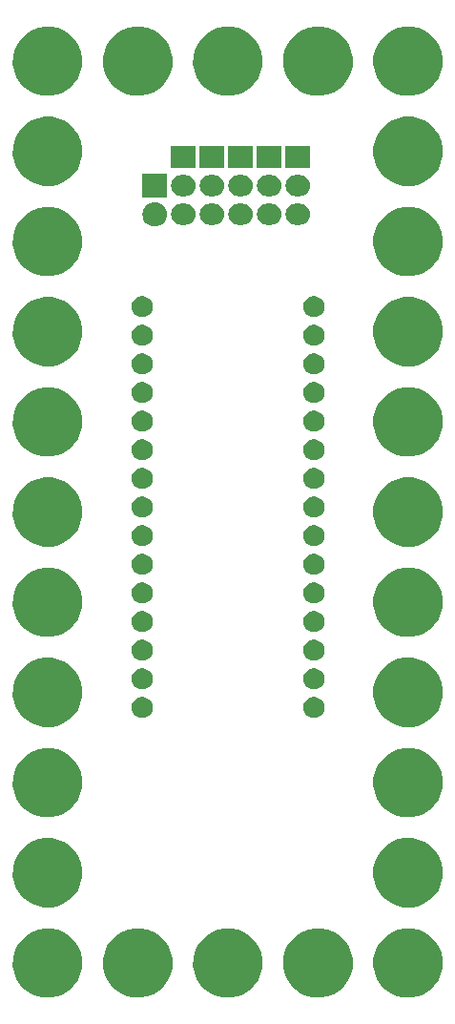
<source format=gbs>
%TF.GenerationSoftware,KiCad,Pcbnew,4.0.5-e0-6337~49~ubuntu16.04.1*%
%TF.CreationDate,2017-05-09T22:33:45-07:00*%
%TF.ProjectId,5x11-Arduino-Nano-Robot-Version,357831312D41726475696E6F2D4E616E,v1.1*%
%TF.FileFunction,Soldermask,Bot*%
%FSLAX46Y46*%
G04 Gerber Fmt 4.6, Leading zero omitted, Abs format (unit mm)*
G04 Created by KiCad (PCBNEW 4.0.5-e0-6337~49~ubuntu16.04.1) date Tue May  9 22:33:45 2017*
%MOMM*%
%LPD*%
G01*
G04 APERTURE LIST*
%ADD10C,0.350000*%
G04 APERTURE END LIST*
D10*
G36*
X3499110Y-152240847D02*
X4090055Y-152362151D01*
X4646198Y-152595932D01*
X5146334Y-152933278D01*
X5571421Y-153361343D01*
X5905266Y-153863821D01*
X6135156Y-154421576D01*
X6252264Y-155013014D01*
X6252264Y-155013024D01*
X6252331Y-155013363D01*
X6242710Y-155702416D01*
X6242633Y-155702754D01*
X6242633Y-155702762D01*
X6109057Y-156290701D01*
X5863685Y-156841816D01*
X5515937Y-157334778D01*
X5079062Y-157750809D01*
X4569700Y-158074061D01*
X4007254Y-158292219D01*
X3413147Y-158396976D01*
X2810003Y-158384342D01*
X2220800Y-158254797D01*
X1667982Y-158013277D01*
X1172607Y-157668982D01*
X753537Y-157235023D01*
X426738Y-156727930D01*
X204656Y-156167014D01*
X95755Y-155573658D01*
X104177Y-154970441D01*
X229606Y-154380347D01*
X467259Y-153825858D01*
X808091Y-153328088D01*
X1239112Y-152906000D01*
X1743913Y-152575668D01*
X2303259Y-152349677D01*
X2895845Y-152236636D01*
X3499110Y-152240847D01*
X3499110Y-152240847D01*
G37*
G36*
X11498110Y-152240847D02*
X12089055Y-152362151D01*
X12645198Y-152595932D01*
X13145334Y-152933278D01*
X13570421Y-153361343D01*
X13904266Y-153863821D01*
X14134156Y-154421576D01*
X14251264Y-155013014D01*
X14251264Y-155013024D01*
X14251331Y-155013363D01*
X14241710Y-155702416D01*
X14241633Y-155702754D01*
X14241633Y-155702762D01*
X14108057Y-156290701D01*
X13862685Y-156841816D01*
X13514937Y-157334778D01*
X13078062Y-157750809D01*
X12568700Y-158074061D01*
X12006254Y-158292219D01*
X11412147Y-158396976D01*
X10809003Y-158384342D01*
X10219800Y-158254797D01*
X9666982Y-158013277D01*
X9171607Y-157668982D01*
X8752537Y-157235023D01*
X8425738Y-156727930D01*
X8203656Y-156167014D01*
X8094755Y-155573658D01*
X8103177Y-154970441D01*
X8228606Y-154380347D01*
X8466259Y-153825858D01*
X8807091Y-153328088D01*
X9238112Y-152906000D01*
X9742913Y-152575668D01*
X10302259Y-152349677D01*
X10894845Y-152236636D01*
X11498110Y-152240847D01*
X11498110Y-152240847D01*
G37*
G36*
X27498110Y-152240847D02*
X28089055Y-152362151D01*
X28645198Y-152595932D01*
X29145334Y-152933278D01*
X29570421Y-153361343D01*
X29904266Y-153863821D01*
X30134156Y-154421576D01*
X30251264Y-155013014D01*
X30251264Y-155013024D01*
X30251331Y-155013363D01*
X30241710Y-155702416D01*
X30241633Y-155702754D01*
X30241633Y-155702762D01*
X30108057Y-156290701D01*
X29862685Y-156841816D01*
X29514937Y-157334778D01*
X29078062Y-157750809D01*
X28568700Y-158074061D01*
X28006254Y-158292219D01*
X27412147Y-158396976D01*
X26809003Y-158384342D01*
X26219800Y-158254797D01*
X25666982Y-158013277D01*
X25171607Y-157668982D01*
X24752537Y-157235023D01*
X24425738Y-156727930D01*
X24203656Y-156167014D01*
X24094755Y-155573658D01*
X24103177Y-154970441D01*
X24228606Y-154380347D01*
X24466259Y-153825858D01*
X24807091Y-153328088D01*
X25238112Y-152906000D01*
X25742913Y-152575668D01*
X26302259Y-152349677D01*
X26894845Y-152236636D01*
X27498110Y-152240847D01*
X27498110Y-152240847D01*
G37*
G36*
X35498110Y-152240847D02*
X36089055Y-152362151D01*
X36645198Y-152595932D01*
X37145334Y-152933278D01*
X37570421Y-153361343D01*
X37904266Y-153863821D01*
X38134156Y-154421576D01*
X38251264Y-155013014D01*
X38251264Y-155013024D01*
X38251331Y-155013363D01*
X38241710Y-155702416D01*
X38241633Y-155702754D01*
X38241633Y-155702762D01*
X38108057Y-156290701D01*
X37862685Y-156841816D01*
X37514937Y-157334778D01*
X37078062Y-157750809D01*
X36568700Y-158074061D01*
X36006254Y-158292219D01*
X35412147Y-158396976D01*
X34809003Y-158384342D01*
X34219800Y-158254797D01*
X33666982Y-158013277D01*
X33171607Y-157668982D01*
X32752537Y-157235023D01*
X32425738Y-156727930D01*
X32203656Y-156167014D01*
X32094755Y-155573658D01*
X32103177Y-154970441D01*
X32228606Y-154380347D01*
X32466259Y-153825858D01*
X32807091Y-153328088D01*
X33238112Y-152906000D01*
X33742913Y-152575668D01*
X34302259Y-152349677D01*
X34894845Y-152236636D01*
X35498110Y-152240847D01*
X35498110Y-152240847D01*
G37*
G36*
X19498110Y-152240847D02*
X20089055Y-152362151D01*
X20645198Y-152595932D01*
X21145334Y-152933278D01*
X21570421Y-153361343D01*
X21904266Y-153863821D01*
X22134156Y-154421576D01*
X22251264Y-155013014D01*
X22251264Y-155013024D01*
X22251331Y-155013363D01*
X22241710Y-155702416D01*
X22241633Y-155702754D01*
X22241633Y-155702762D01*
X22108057Y-156290701D01*
X21862685Y-156841816D01*
X21514937Y-157334778D01*
X21078062Y-157750809D01*
X20568700Y-158074061D01*
X20006254Y-158292219D01*
X19412147Y-158396976D01*
X18809003Y-158384342D01*
X18219800Y-158254797D01*
X17666982Y-158013277D01*
X17171607Y-157668982D01*
X16752537Y-157235023D01*
X16425738Y-156727930D01*
X16203656Y-156167014D01*
X16094755Y-155573658D01*
X16103177Y-154970441D01*
X16228606Y-154380347D01*
X16466259Y-153825858D01*
X16807091Y-153328088D01*
X17238112Y-152906000D01*
X17742913Y-152575668D01*
X18302259Y-152349677D01*
X18894845Y-152236636D01*
X19498110Y-152240847D01*
X19498110Y-152240847D01*
G37*
G36*
X3499110Y-144240847D02*
X4090055Y-144362151D01*
X4646198Y-144595932D01*
X5146334Y-144933278D01*
X5571421Y-145361343D01*
X5905266Y-145863821D01*
X6135156Y-146421576D01*
X6252264Y-147013014D01*
X6252264Y-147013024D01*
X6252331Y-147013363D01*
X6242710Y-147702416D01*
X6242633Y-147702754D01*
X6242633Y-147702762D01*
X6109057Y-148290701D01*
X5863685Y-148841816D01*
X5515937Y-149334778D01*
X5079062Y-149750809D01*
X4569700Y-150074061D01*
X4007254Y-150292219D01*
X3413147Y-150396976D01*
X2810003Y-150384342D01*
X2220800Y-150254797D01*
X1667982Y-150013277D01*
X1172607Y-149668982D01*
X753537Y-149235023D01*
X426738Y-148727930D01*
X204656Y-148167014D01*
X95755Y-147573658D01*
X104177Y-146970441D01*
X229606Y-146380347D01*
X467259Y-145825858D01*
X808091Y-145328088D01*
X1239112Y-144906000D01*
X1743913Y-144575668D01*
X2303259Y-144349677D01*
X2895845Y-144236636D01*
X3499110Y-144240847D01*
X3499110Y-144240847D01*
G37*
G36*
X35498110Y-144240847D02*
X36089055Y-144362151D01*
X36645198Y-144595932D01*
X37145334Y-144933278D01*
X37570421Y-145361343D01*
X37904266Y-145863821D01*
X38134156Y-146421576D01*
X38251264Y-147013014D01*
X38251264Y-147013024D01*
X38251331Y-147013363D01*
X38241710Y-147702416D01*
X38241633Y-147702754D01*
X38241633Y-147702762D01*
X38108057Y-148290701D01*
X37862685Y-148841816D01*
X37514937Y-149334778D01*
X37078062Y-149750809D01*
X36568700Y-150074061D01*
X36006254Y-150292219D01*
X35412147Y-150396976D01*
X34809003Y-150384342D01*
X34219800Y-150254797D01*
X33666982Y-150013277D01*
X33171607Y-149668982D01*
X32752537Y-149235023D01*
X32425738Y-148727930D01*
X32203656Y-148167014D01*
X32094755Y-147573658D01*
X32103177Y-146970441D01*
X32228606Y-146380347D01*
X32466259Y-145825858D01*
X32807091Y-145328088D01*
X33238112Y-144906000D01*
X33742913Y-144575668D01*
X34302259Y-144349677D01*
X34894845Y-144236636D01*
X35498110Y-144240847D01*
X35498110Y-144240847D01*
G37*
G36*
X3499110Y-136240847D02*
X4090055Y-136362151D01*
X4646198Y-136595932D01*
X5146334Y-136933278D01*
X5571421Y-137361343D01*
X5905266Y-137863821D01*
X6135156Y-138421576D01*
X6252264Y-139013014D01*
X6252264Y-139013024D01*
X6252331Y-139013363D01*
X6242710Y-139702416D01*
X6242633Y-139702754D01*
X6242633Y-139702762D01*
X6109057Y-140290701D01*
X5863685Y-140841816D01*
X5515937Y-141334778D01*
X5079062Y-141750809D01*
X4569700Y-142074061D01*
X4007254Y-142292219D01*
X3413147Y-142396976D01*
X2810003Y-142384342D01*
X2220800Y-142254797D01*
X1667982Y-142013277D01*
X1172607Y-141668982D01*
X753537Y-141235023D01*
X426738Y-140727930D01*
X204656Y-140167014D01*
X95755Y-139573658D01*
X104177Y-138970441D01*
X229606Y-138380347D01*
X467259Y-137825858D01*
X808091Y-137328088D01*
X1239112Y-136906000D01*
X1743913Y-136575668D01*
X2303259Y-136349677D01*
X2895845Y-136236636D01*
X3499110Y-136240847D01*
X3499110Y-136240847D01*
G37*
G36*
X35498110Y-136240847D02*
X36089055Y-136362151D01*
X36645198Y-136595932D01*
X37145334Y-136933278D01*
X37570421Y-137361343D01*
X37904266Y-137863821D01*
X38134156Y-138421576D01*
X38251264Y-139013014D01*
X38251264Y-139013024D01*
X38251331Y-139013363D01*
X38241710Y-139702416D01*
X38241633Y-139702754D01*
X38241633Y-139702762D01*
X38108057Y-140290701D01*
X37862685Y-140841816D01*
X37514937Y-141334778D01*
X37078062Y-141750809D01*
X36568700Y-142074061D01*
X36006254Y-142292219D01*
X35412147Y-142396976D01*
X34809003Y-142384342D01*
X34219800Y-142254797D01*
X33666982Y-142013277D01*
X33171607Y-141668982D01*
X32752537Y-141235023D01*
X32425738Y-140727930D01*
X32203656Y-140167014D01*
X32094755Y-139573658D01*
X32103177Y-138970441D01*
X32228606Y-138380347D01*
X32466259Y-137825858D01*
X32807091Y-137328088D01*
X33238112Y-136906000D01*
X33742913Y-136575668D01*
X34302259Y-136349677D01*
X34894845Y-136236636D01*
X35498110Y-136240847D01*
X35498110Y-136240847D01*
G37*
G36*
X35498110Y-128240847D02*
X36089055Y-128362151D01*
X36645198Y-128595932D01*
X37145334Y-128933278D01*
X37570421Y-129361343D01*
X37904266Y-129863821D01*
X38134156Y-130421576D01*
X38251264Y-131013014D01*
X38251264Y-131013024D01*
X38251331Y-131013363D01*
X38241710Y-131702416D01*
X38241633Y-131702754D01*
X38241633Y-131702762D01*
X38108057Y-132290701D01*
X37862685Y-132841816D01*
X37514937Y-133334778D01*
X37078062Y-133750809D01*
X36568700Y-134074061D01*
X36006254Y-134292219D01*
X35412147Y-134396976D01*
X34809003Y-134384342D01*
X34219800Y-134254797D01*
X33666982Y-134013277D01*
X33171607Y-133668982D01*
X32752537Y-133235023D01*
X32425738Y-132727930D01*
X32203656Y-132167014D01*
X32094755Y-131573658D01*
X32103177Y-130970441D01*
X32228606Y-130380347D01*
X32466259Y-129825858D01*
X32807091Y-129328088D01*
X33238112Y-128906000D01*
X33742913Y-128575668D01*
X34302259Y-128349677D01*
X34894845Y-128236636D01*
X35498110Y-128240847D01*
X35498110Y-128240847D01*
G37*
G36*
X3499110Y-128240847D02*
X4090055Y-128362151D01*
X4646198Y-128595932D01*
X5146334Y-128933278D01*
X5571421Y-129361343D01*
X5905266Y-129863821D01*
X6135156Y-130421576D01*
X6252264Y-131013014D01*
X6252264Y-131013024D01*
X6252331Y-131013363D01*
X6242710Y-131702416D01*
X6242633Y-131702754D01*
X6242633Y-131702762D01*
X6109057Y-132290701D01*
X5863685Y-132841816D01*
X5515937Y-133334778D01*
X5079062Y-133750809D01*
X4569700Y-134074061D01*
X4007254Y-134292219D01*
X3413147Y-134396976D01*
X2810003Y-134384342D01*
X2220800Y-134254797D01*
X1667982Y-134013277D01*
X1172607Y-133668982D01*
X753537Y-133235023D01*
X426738Y-132727930D01*
X204656Y-132167014D01*
X95755Y-131573658D01*
X104177Y-130970441D01*
X229606Y-130380347D01*
X467259Y-129825858D01*
X808091Y-129328088D01*
X1239112Y-128906000D01*
X1743913Y-128575668D01*
X2303259Y-128349677D01*
X2895845Y-128236636D01*
X3499110Y-128240847D01*
X3499110Y-128240847D01*
G37*
G36*
X11680715Y-131714324D02*
X11861248Y-131751383D01*
X12031158Y-131822806D01*
X12183949Y-131925866D01*
X12313821Y-132056646D01*
X12415810Y-132210153D01*
X12486043Y-132380551D01*
X12521772Y-132560999D01*
X12521772Y-132561004D01*
X12521840Y-132561348D01*
X12518901Y-132771858D01*
X12518824Y-132772196D01*
X12518824Y-132772206D01*
X12478070Y-132951586D01*
X12403108Y-133119952D01*
X12296868Y-133270556D01*
X12163399Y-133397657D01*
X12007784Y-133496414D01*
X11835954Y-133563062D01*
X11654452Y-133595066D01*
X11470186Y-133591206D01*
X11290179Y-133551629D01*
X11121288Y-133477843D01*
X10969950Y-133372660D01*
X10841921Y-133240082D01*
X10742081Y-133085161D01*
X10674232Y-132913793D01*
X10640963Y-132732523D01*
X10643535Y-132548236D01*
X10681856Y-132367956D01*
X10754459Y-132198557D01*
X10858587Y-132046484D01*
X10990266Y-131917533D01*
X11144487Y-131816614D01*
X11315372Y-131747572D01*
X11496409Y-131713038D01*
X11680715Y-131714324D01*
X11680715Y-131714324D01*
G37*
G36*
X26920715Y-131714324D02*
X27101248Y-131751383D01*
X27271158Y-131822806D01*
X27423949Y-131925866D01*
X27553821Y-132056646D01*
X27655810Y-132210153D01*
X27726043Y-132380551D01*
X27761772Y-132560999D01*
X27761772Y-132561004D01*
X27761840Y-132561348D01*
X27758901Y-132771858D01*
X27758824Y-132772196D01*
X27758824Y-132772206D01*
X27718070Y-132951586D01*
X27643108Y-133119952D01*
X27536868Y-133270556D01*
X27403399Y-133397657D01*
X27247784Y-133496414D01*
X27075954Y-133563062D01*
X26894452Y-133595066D01*
X26710186Y-133591206D01*
X26530179Y-133551629D01*
X26361288Y-133477843D01*
X26209950Y-133372660D01*
X26081921Y-133240082D01*
X25982081Y-133085161D01*
X25914232Y-132913793D01*
X25880963Y-132732523D01*
X25883535Y-132548236D01*
X25921856Y-132367956D01*
X25994459Y-132198557D01*
X26098587Y-132046484D01*
X26230266Y-131917533D01*
X26384487Y-131816614D01*
X26555372Y-131747572D01*
X26736409Y-131713038D01*
X26920715Y-131714324D01*
X26920715Y-131714324D01*
G37*
G36*
X26920715Y-129174324D02*
X27101248Y-129211383D01*
X27271158Y-129282806D01*
X27423949Y-129385866D01*
X27553821Y-129516646D01*
X27655810Y-129670153D01*
X27726043Y-129840551D01*
X27761772Y-130020999D01*
X27761772Y-130021004D01*
X27761840Y-130021348D01*
X27758901Y-130231858D01*
X27758824Y-130232196D01*
X27758824Y-130232206D01*
X27718070Y-130411586D01*
X27643108Y-130579952D01*
X27536868Y-130730556D01*
X27403399Y-130857657D01*
X27247784Y-130956414D01*
X27075954Y-131023062D01*
X26894452Y-131055066D01*
X26710186Y-131051206D01*
X26530179Y-131011629D01*
X26361288Y-130937843D01*
X26209950Y-130832660D01*
X26081921Y-130700082D01*
X25982081Y-130545161D01*
X25914232Y-130373793D01*
X25880963Y-130192523D01*
X25883535Y-130008236D01*
X25921856Y-129827956D01*
X25994459Y-129658557D01*
X26098587Y-129506484D01*
X26230266Y-129377533D01*
X26384487Y-129276614D01*
X26555372Y-129207572D01*
X26736409Y-129173038D01*
X26920715Y-129174324D01*
X26920715Y-129174324D01*
G37*
G36*
X11680715Y-129174324D02*
X11861248Y-129211383D01*
X12031158Y-129282806D01*
X12183949Y-129385866D01*
X12313821Y-129516646D01*
X12415810Y-129670153D01*
X12486043Y-129840551D01*
X12521772Y-130020999D01*
X12521772Y-130021004D01*
X12521840Y-130021348D01*
X12518901Y-130231858D01*
X12518824Y-130232196D01*
X12518824Y-130232206D01*
X12478070Y-130411586D01*
X12403108Y-130579952D01*
X12296868Y-130730556D01*
X12163399Y-130857657D01*
X12007784Y-130956414D01*
X11835954Y-131023062D01*
X11654452Y-131055066D01*
X11470186Y-131051206D01*
X11290179Y-131011629D01*
X11121288Y-130937843D01*
X10969950Y-130832660D01*
X10841921Y-130700082D01*
X10742081Y-130545161D01*
X10674232Y-130373793D01*
X10640963Y-130192523D01*
X10643535Y-130008236D01*
X10681856Y-129827956D01*
X10754459Y-129658557D01*
X10858587Y-129506484D01*
X10990266Y-129377533D01*
X11144487Y-129276614D01*
X11315372Y-129207572D01*
X11496409Y-129173038D01*
X11680715Y-129174324D01*
X11680715Y-129174324D01*
G37*
G36*
X11680715Y-126634324D02*
X11861248Y-126671383D01*
X12031158Y-126742806D01*
X12183949Y-126845866D01*
X12313821Y-126976646D01*
X12415810Y-127130153D01*
X12486043Y-127300551D01*
X12521772Y-127480999D01*
X12521772Y-127481004D01*
X12521840Y-127481348D01*
X12518901Y-127691858D01*
X12518824Y-127692196D01*
X12518824Y-127692206D01*
X12478070Y-127871586D01*
X12403108Y-128039952D01*
X12296868Y-128190556D01*
X12163399Y-128317657D01*
X12007784Y-128416414D01*
X11835954Y-128483062D01*
X11654452Y-128515066D01*
X11470186Y-128511206D01*
X11290179Y-128471629D01*
X11121288Y-128397843D01*
X10969950Y-128292660D01*
X10841921Y-128160082D01*
X10742081Y-128005161D01*
X10674232Y-127833793D01*
X10640963Y-127652523D01*
X10643535Y-127468236D01*
X10681856Y-127287956D01*
X10754459Y-127118557D01*
X10858587Y-126966484D01*
X10990266Y-126837533D01*
X11144487Y-126736614D01*
X11315372Y-126667572D01*
X11496409Y-126633038D01*
X11680715Y-126634324D01*
X11680715Y-126634324D01*
G37*
G36*
X26920715Y-126634324D02*
X27101248Y-126671383D01*
X27271158Y-126742806D01*
X27423949Y-126845866D01*
X27553821Y-126976646D01*
X27655810Y-127130153D01*
X27726043Y-127300551D01*
X27761772Y-127480999D01*
X27761772Y-127481004D01*
X27761840Y-127481348D01*
X27758901Y-127691858D01*
X27758824Y-127692196D01*
X27758824Y-127692206D01*
X27718070Y-127871586D01*
X27643108Y-128039952D01*
X27536868Y-128190556D01*
X27403399Y-128317657D01*
X27247784Y-128416414D01*
X27075954Y-128483062D01*
X26894452Y-128515066D01*
X26710186Y-128511206D01*
X26530179Y-128471629D01*
X26361288Y-128397843D01*
X26209950Y-128292660D01*
X26081921Y-128160082D01*
X25982081Y-128005161D01*
X25914232Y-127833793D01*
X25880963Y-127652523D01*
X25883535Y-127468236D01*
X25921856Y-127287956D01*
X25994459Y-127118557D01*
X26098587Y-126966484D01*
X26230266Y-126837533D01*
X26384487Y-126736614D01*
X26555372Y-126667572D01*
X26736409Y-126633038D01*
X26920715Y-126634324D01*
X26920715Y-126634324D01*
G37*
G36*
X3499110Y-120240847D02*
X4090055Y-120362151D01*
X4646198Y-120595932D01*
X5146334Y-120933278D01*
X5571421Y-121361343D01*
X5905266Y-121863821D01*
X6135156Y-122421576D01*
X6252264Y-123013014D01*
X6252264Y-123013024D01*
X6252331Y-123013363D01*
X6242710Y-123702416D01*
X6242633Y-123702754D01*
X6242633Y-123702762D01*
X6109057Y-124290701D01*
X5863685Y-124841816D01*
X5515937Y-125334778D01*
X5079062Y-125750809D01*
X4569700Y-126074061D01*
X4007254Y-126292219D01*
X3413147Y-126396976D01*
X2810003Y-126384342D01*
X2220800Y-126254797D01*
X1667982Y-126013277D01*
X1172607Y-125668982D01*
X753537Y-125235023D01*
X426738Y-124727930D01*
X204656Y-124167014D01*
X95755Y-123573658D01*
X104177Y-122970441D01*
X229606Y-122380347D01*
X467259Y-121825858D01*
X808091Y-121328088D01*
X1239112Y-120906000D01*
X1743913Y-120575668D01*
X2303259Y-120349677D01*
X2895845Y-120236636D01*
X3499110Y-120240847D01*
X3499110Y-120240847D01*
G37*
G36*
X35498110Y-120240847D02*
X36089055Y-120362151D01*
X36645198Y-120595932D01*
X37145334Y-120933278D01*
X37570421Y-121361343D01*
X37904266Y-121863821D01*
X38134156Y-122421576D01*
X38251264Y-123013014D01*
X38251264Y-123013024D01*
X38251331Y-123013363D01*
X38241710Y-123702416D01*
X38241633Y-123702754D01*
X38241633Y-123702762D01*
X38108057Y-124290701D01*
X37862685Y-124841816D01*
X37514937Y-125334778D01*
X37078062Y-125750809D01*
X36568700Y-126074061D01*
X36006254Y-126292219D01*
X35412147Y-126396976D01*
X34809003Y-126384342D01*
X34219800Y-126254797D01*
X33666982Y-126013277D01*
X33171607Y-125668982D01*
X32752537Y-125235023D01*
X32425738Y-124727930D01*
X32203656Y-124167014D01*
X32094755Y-123573658D01*
X32103177Y-122970441D01*
X32228606Y-122380347D01*
X32466259Y-121825858D01*
X32807091Y-121328088D01*
X33238112Y-120906000D01*
X33742913Y-120575668D01*
X34302259Y-120349677D01*
X34894845Y-120236636D01*
X35498110Y-120240847D01*
X35498110Y-120240847D01*
G37*
G36*
X26920715Y-124094324D02*
X27101248Y-124131383D01*
X27271158Y-124202806D01*
X27423949Y-124305866D01*
X27553821Y-124436646D01*
X27655810Y-124590153D01*
X27726043Y-124760551D01*
X27761772Y-124940999D01*
X27761772Y-124941004D01*
X27761840Y-124941348D01*
X27758901Y-125151858D01*
X27758824Y-125152196D01*
X27758824Y-125152206D01*
X27718070Y-125331586D01*
X27643108Y-125499952D01*
X27536868Y-125650556D01*
X27403399Y-125777657D01*
X27247784Y-125876414D01*
X27075954Y-125943062D01*
X26894452Y-125975066D01*
X26710186Y-125971206D01*
X26530179Y-125931629D01*
X26361288Y-125857843D01*
X26209950Y-125752660D01*
X26081921Y-125620082D01*
X25982081Y-125465161D01*
X25914232Y-125293793D01*
X25880963Y-125112523D01*
X25883535Y-124928236D01*
X25921856Y-124747956D01*
X25994459Y-124578557D01*
X26098587Y-124426484D01*
X26230266Y-124297533D01*
X26384487Y-124196614D01*
X26555372Y-124127572D01*
X26736409Y-124093038D01*
X26920715Y-124094324D01*
X26920715Y-124094324D01*
G37*
G36*
X11680715Y-124094324D02*
X11861248Y-124131383D01*
X12031158Y-124202806D01*
X12183949Y-124305866D01*
X12313821Y-124436646D01*
X12415810Y-124590153D01*
X12486043Y-124760551D01*
X12521772Y-124940999D01*
X12521772Y-124941004D01*
X12521840Y-124941348D01*
X12518901Y-125151858D01*
X12518824Y-125152196D01*
X12518824Y-125152206D01*
X12478070Y-125331586D01*
X12403108Y-125499952D01*
X12296868Y-125650556D01*
X12163399Y-125777657D01*
X12007784Y-125876414D01*
X11835954Y-125943062D01*
X11654452Y-125975066D01*
X11470186Y-125971206D01*
X11290179Y-125931629D01*
X11121288Y-125857843D01*
X10969950Y-125752660D01*
X10841921Y-125620082D01*
X10742081Y-125465161D01*
X10674232Y-125293793D01*
X10640963Y-125112523D01*
X10643535Y-124928236D01*
X10681856Y-124747956D01*
X10754459Y-124578557D01*
X10858587Y-124426484D01*
X10990266Y-124297533D01*
X11144487Y-124196614D01*
X11315372Y-124127572D01*
X11496409Y-124093038D01*
X11680715Y-124094324D01*
X11680715Y-124094324D01*
G37*
G36*
X26920715Y-121554324D02*
X27101248Y-121591383D01*
X27271158Y-121662806D01*
X27423949Y-121765866D01*
X27553821Y-121896646D01*
X27655810Y-122050153D01*
X27726043Y-122220551D01*
X27761772Y-122400999D01*
X27761772Y-122401004D01*
X27761840Y-122401348D01*
X27758901Y-122611858D01*
X27758824Y-122612196D01*
X27758824Y-122612206D01*
X27718070Y-122791586D01*
X27643108Y-122959952D01*
X27536868Y-123110556D01*
X27403399Y-123237657D01*
X27247784Y-123336414D01*
X27075954Y-123403062D01*
X26894452Y-123435066D01*
X26710186Y-123431206D01*
X26530179Y-123391629D01*
X26361288Y-123317843D01*
X26209950Y-123212660D01*
X26081921Y-123080082D01*
X25982081Y-122925161D01*
X25914232Y-122753793D01*
X25880963Y-122572523D01*
X25883535Y-122388236D01*
X25921856Y-122207956D01*
X25994459Y-122038557D01*
X26098587Y-121886484D01*
X26230266Y-121757533D01*
X26384487Y-121656614D01*
X26555372Y-121587572D01*
X26736409Y-121553038D01*
X26920715Y-121554324D01*
X26920715Y-121554324D01*
G37*
G36*
X11680715Y-121554324D02*
X11861248Y-121591383D01*
X12031158Y-121662806D01*
X12183949Y-121765866D01*
X12313821Y-121896646D01*
X12415810Y-122050153D01*
X12486043Y-122220551D01*
X12521772Y-122400999D01*
X12521772Y-122401004D01*
X12521840Y-122401348D01*
X12518901Y-122611858D01*
X12518824Y-122612196D01*
X12518824Y-122612206D01*
X12478070Y-122791586D01*
X12403108Y-122959952D01*
X12296868Y-123110556D01*
X12163399Y-123237657D01*
X12007784Y-123336414D01*
X11835954Y-123403062D01*
X11654452Y-123435066D01*
X11470186Y-123431206D01*
X11290179Y-123391629D01*
X11121288Y-123317843D01*
X10969950Y-123212660D01*
X10841921Y-123080082D01*
X10742081Y-122925161D01*
X10674232Y-122753793D01*
X10640963Y-122572523D01*
X10643535Y-122388236D01*
X10681856Y-122207956D01*
X10754459Y-122038557D01*
X10858587Y-121886484D01*
X10990266Y-121757533D01*
X11144487Y-121656614D01*
X11315372Y-121587572D01*
X11496409Y-121553038D01*
X11680715Y-121554324D01*
X11680715Y-121554324D01*
G37*
G36*
X11680715Y-119014324D02*
X11861248Y-119051383D01*
X12031158Y-119122806D01*
X12183949Y-119225866D01*
X12313821Y-119356646D01*
X12415810Y-119510153D01*
X12486043Y-119680551D01*
X12521772Y-119860999D01*
X12521772Y-119861004D01*
X12521840Y-119861348D01*
X12518901Y-120071858D01*
X12518824Y-120072196D01*
X12518824Y-120072206D01*
X12478070Y-120251586D01*
X12403108Y-120419952D01*
X12296868Y-120570556D01*
X12163399Y-120697657D01*
X12007784Y-120796414D01*
X11835954Y-120863062D01*
X11654452Y-120895066D01*
X11470186Y-120891206D01*
X11290179Y-120851629D01*
X11121288Y-120777843D01*
X10969950Y-120672660D01*
X10841921Y-120540082D01*
X10742081Y-120385161D01*
X10674232Y-120213793D01*
X10640963Y-120032523D01*
X10643535Y-119848236D01*
X10681856Y-119667956D01*
X10754459Y-119498557D01*
X10858587Y-119346484D01*
X10990266Y-119217533D01*
X11144487Y-119116614D01*
X11315372Y-119047572D01*
X11496409Y-119013038D01*
X11680715Y-119014324D01*
X11680715Y-119014324D01*
G37*
G36*
X26920715Y-119014324D02*
X27101248Y-119051383D01*
X27271158Y-119122806D01*
X27423949Y-119225866D01*
X27553821Y-119356646D01*
X27655810Y-119510153D01*
X27726043Y-119680551D01*
X27761772Y-119860999D01*
X27761772Y-119861004D01*
X27761840Y-119861348D01*
X27758901Y-120071858D01*
X27758824Y-120072196D01*
X27758824Y-120072206D01*
X27718070Y-120251586D01*
X27643108Y-120419952D01*
X27536868Y-120570556D01*
X27403399Y-120697657D01*
X27247784Y-120796414D01*
X27075954Y-120863062D01*
X26894452Y-120895066D01*
X26710186Y-120891206D01*
X26530179Y-120851629D01*
X26361288Y-120777843D01*
X26209950Y-120672660D01*
X26081921Y-120540082D01*
X25982081Y-120385161D01*
X25914232Y-120213793D01*
X25880963Y-120032523D01*
X25883535Y-119848236D01*
X25921856Y-119667956D01*
X25994459Y-119498557D01*
X26098587Y-119346484D01*
X26230266Y-119217533D01*
X26384487Y-119116614D01*
X26555372Y-119047572D01*
X26736409Y-119013038D01*
X26920715Y-119014324D01*
X26920715Y-119014324D01*
G37*
G36*
X3498110Y-112240847D02*
X4089055Y-112362151D01*
X4645198Y-112595932D01*
X5145334Y-112933278D01*
X5570421Y-113361343D01*
X5904266Y-113863821D01*
X6134156Y-114421576D01*
X6251264Y-115013014D01*
X6251264Y-115013024D01*
X6251331Y-115013363D01*
X6241710Y-115702416D01*
X6241633Y-115702754D01*
X6241633Y-115702762D01*
X6108057Y-116290701D01*
X5862685Y-116841816D01*
X5514937Y-117334778D01*
X5078062Y-117750809D01*
X4568700Y-118074061D01*
X4006254Y-118292219D01*
X3412147Y-118396976D01*
X2809003Y-118384342D01*
X2219800Y-118254797D01*
X1666982Y-118013277D01*
X1171607Y-117668982D01*
X752537Y-117235023D01*
X425738Y-116727930D01*
X203656Y-116167014D01*
X94755Y-115573658D01*
X103177Y-114970441D01*
X228606Y-114380347D01*
X466259Y-113825858D01*
X807091Y-113328088D01*
X1238112Y-112906000D01*
X1742913Y-112575668D01*
X2302259Y-112349677D01*
X2894845Y-112236636D01*
X3498110Y-112240847D01*
X3498110Y-112240847D01*
G37*
G36*
X35498110Y-112240847D02*
X36089055Y-112362151D01*
X36645198Y-112595932D01*
X37145334Y-112933278D01*
X37570421Y-113361343D01*
X37904266Y-113863821D01*
X38134156Y-114421576D01*
X38251264Y-115013014D01*
X38251264Y-115013024D01*
X38251331Y-115013363D01*
X38241710Y-115702416D01*
X38241633Y-115702754D01*
X38241633Y-115702762D01*
X38108057Y-116290701D01*
X37862685Y-116841816D01*
X37514937Y-117334778D01*
X37078062Y-117750809D01*
X36568700Y-118074061D01*
X36006254Y-118292219D01*
X35412147Y-118396976D01*
X34809003Y-118384342D01*
X34219800Y-118254797D01*
X33666982Y-118013277D01*
X33171607Y-117668982D01*
X32752537Y-117235023D01*
X32425738Y-116727930D01*
X32203656Y-116167014D01*
X32094755Y-115573658D01*
X32103177Y-114970441D01*
X32228606Y-114380347D01*
X32466259Y-113825858D01*
X32807091Y-113328088D01*
X33238112Y-112906000D01*
X33742913Y-112575668D01*
X34302259Y-112349677D01*
X34894845Y-112236636D01*
X35498110Y-112240847D01*
X35498110Y-112240847D01*
G37*
G36*
X11680715Y-116474324D02*
X11861248Y-116511383D01*
X12031158Y-116582806D01*
X12183949Y-116685866D01*
X12313821Y-116816646D01*
X12415810Y-116970153D01*
X12486043Y-117140551D01*
X12521772Y-117320999D01*
X12521772Y-117321004D01*
X12521840Y-117321348D01*
X12518901Y-117531858D01*
X12518824Y-117532196D01*
X12518824Y-117532206D01*
X12478070Y-117711586D01*
X12403108Y-117879952D01*
X12296868Y-118030556D01*
X12163399Y-118157657D01*
X12007784Y-118256414D01*
X11835954Y-118323062D01*
X11654452Y-118355066D01*
X11470186Y-118351206D01*
X11290179Y-118311629D01*
X11121288Y-118237843D01*
X10969950Y-118132660D01*
X10841921Y-118000082D01*
X10742081Y-117845161D01*
X10674232Y-117673793D01*
X10640963Y-117492523D01*
X10643535Y-117308236D01*
X10681856Y-117127956D01*
X10754459Y-116958557D01*
X10858587Y-116806484D01*
X10990266Y-116677533D01*
X11144487Y-116576614D01*
X11315372Y-116507572D01*
X11496409Y-116473038D01*
X11680715Y-116474324D01*
X11680715Y-116474324D01*
G37*
G36*
X26920715Y-116474324D02*
X27101248Y-116511383D01*
X27271158Y-116582806D01*
X27423949Y-116685866D01*
X27553821Y-116816646D01*
X27655810Y-116970153D01*
X27726043Y-117140551D01*
X27761772Y-117320999D01*
X27761772Y-117321004D01*
X27761840Y-117321348D01*
X27758901Y-117531858D01*
X27758824Y-117532196D01*
X27758824Y-117532206D01*
X27718070Y-117711586D01*
X27643108Y-117879952D01*
X27536868Y-118030556D01*
X27403399Y-118157657D01*
X27247784Y-118256414D01*
X27075954Y-118323062D01*
X26894452Y-118355066D01*
X26710186Y-118351206D01*
X26530179Y-118311629D01*
X26361288Y-118237843D01*
X26209950Y-118132660D01*
X26081921Y-118000082D01*
X25982081Y-117845161D01*
X25914232Y-117673793D01*
X25880963Y-117492523D01*
X25883535Y-117308236D01*
X25921856Y-117127956D01*
X25994459Y-116958557D01*
X26098587Y-116806484D01*
X26230266Y-116677533D01*
X26384487Y-116576614D01*
X26555372Y-116507572D01*
X26736409Y-116473038D01*
X26920715Y-116474324D01*
X26920715Y-116474324D01*
G37*
G36*
X11680715Y-113934324D02*
X11861248Y-113971383D01*
X12031158Y-114042806D01*
X12183949Y-114145866D01*
X12313821Y-114276646D01*
X12415810Y-114430153D01*
X12486043Y-114600551D01*
X12521772Y-114780999D01*
X12521772Y-114781004D01*
X12521840Y-114781348D01*
X12518901Y-114991858D01*
X12518824Y-114992196D01*
X12518824Y-114992206D01*
X12478070Y-115171586D01*
X12403108Y-115339952D01*
X12296868Y-115490556D01*
X12163399Y-115617657D01*
X12007784Y-115716414D01*
X11835954Y-115783062D01*
X11654452Y-115815066D01*
X11470186Y-115811206D01*
X11290179Y-115771629D01*
X11121288Y-115697843D01*
X10969950Y-115592660D01*
X10841921Y-115460082D01*
X10742081Y-115305161D01*
X10674232Y-115133793D01*
X10640963Y-114952523D01*
X10643535Y-114768236D01*
X10681856Y-114587956D01*
X10754459Y-114418557D01*
X10858587Y-114266484D01*
X10990266Y-114137533D01*
X11144487Y-114036614D01*
X11315372Y-113967572D01*
X11496409Y-113933038D01*
X11680715Y-113934324D01*
X11680715Y-113934324D01*
G37*
G36*
X26920715Y-113934324D02*
X27101248Y-113971383D01*
X27271158Y-114042806D01*
X27423949Y-114145866D01*
X27553821Y-114276646D01*
X27655810Y-114430153D01*
X27726043Y-114600551D01*
X27761772Y-114780999D01*
X27761772Y-114781004D01*
X27761840Y-114781348D01*
X27758901Y-114991858D01*
X27758824Y-114992196D01*
X27758824Y-114992206D01*
X27718070Y-115171586D01*
X27643108Y-115339952D01*
X27536868Y-115490556D01*
X27403399Y-115617657D01*
X27247784Y-115716414D01*
X27075954Y-115783062D01*
X26894452Y-115815066D01*
X26710186Y-115811206D01*
X26530179Y-115771629D01*
X26361288Y-115697843D01*
X26209950Y-115592660D01*
X26081921Y-115460082D01*
X25982081Y-115305161D01*
X25914232Y-115133793D01*
X25880963Y-114952523D01*
X25883535Y-114768236D01*
X25921856Y-114587956D01*
X25994459Y-114418557D01*
X26098587Y-114266484D01*
X26230266Y-114137533D01*
X26384487Y-114036614D01*
X26555372Y-113967572D01*
X26736409Y-113933038D01*
X26920715Y-113934324D01*
X26920715Y-113934324D01*
G37*
G36*
X11680715Y-111394324D02*
X11861248Y-111431383D01*
X12031158Y-111502806D01*
X12183949Y-111605866D01*
X12313821Y-111736646D01*
X12415810Y-111890153D01*
X12486043Y-112060551D01*
X12521772Y-112240999D01*
X12521772Y-112241004D01*
X12521840Y-112241348D01*
X12518901Y-112451858D01*
X12518824Y-112452196D01*
X12518824Y-112452206D01*
X12478070Y-112631586D01*
X12403108Y-112799952D01*
X12296868Y-112950556D01*
X12163399Y-113077657D01*
X12007784Y-113176414D01*
X11835954Y-113243062D01*
X11654452Y-113275066D01*
X11470186Y-113271206D01*
X11290179Y-113231629D01*
X11121288Y-113157843D01*
X10969950Y-113052660D01*
X10841921Y-112920082D01*
X10742081Y-112765161D01*
X10674232Y-112593793D01*
X10640963Y-112412523D01*
X10643535Y-112228236D01*
X10681856Y-112047956D01*
X10754459Y-111878557D01*
X10858587Y-111726484D01*
X10990266Y-111597533D01*
X11144487Y-111496614D01*
X11315372Y-111427572D01*
X11496409Y-111393038D01*
X11680715Y-111394324D01*
X11680715Y-111394324D01*
G37*
G36*
X26920715Y-111394324D02*
X27101248Y-111431383D01*
X27271158Y-111502806D01*
X27423949Y-111605866D01*
X27553821Y-111736646D01*
X27655810Y-111890153D01*
X27726043Y-112060551D01*
X27761772Y-112240999D01*
X27761772Y-112241004D01*
X27761840Y-112241348D01*
X27758901Y-112451858D01*
X27758824Y-112452196D01*
X27758824Y-112452206D01*
X27718070Y-112631586D01*
X27643108Y-112799952D01*
X27536868Y-112950556D01*
X27403399Y-113077657D01*
X27247784Y-113176414D01*
X27075954Y-113243062D01*
X26894452Y-113275066D01*
X26710186Y-113271206D01*
X26530179Y-113231629D01*
X26361288Y-113157843D01*
X26209950Y-113052660D01*
X26081921Y-112920082D01*
X25982081Y-112765161D01*
X25914232Y-112593793D01*
X25880963Y-112412523D01*
X25883535Y-112228236D01*
X25921856Y-112047956D01*
X25994459Y-111878557D01*
X26098587Y-111726484D01*
X26230266Y-111597533D01*
X26384487Y-111496614D01*
X26555372Y-111427572D01*
X26736409Y-111393038D01*
X26920715Y-111394324D01*
X26920715Y-111394324D01*
G37*
G36*
X11680715Y-108854324D02*
X11861248Y-108891383D01*
X12031158Y-108962806D01*
X12183949Y-109065866D01*
X12313821Y-109196646D01*
X12415810Y-109350153D01*
X12486043Y-109520551D01*
X12521772Y-109700999D01*
X12521772Y-109701004D01*
X12521840Y-109701348D01*
X12518901Y-109911858D01*
X12518824Y-109912196D01*
X12518824Y-109912206D01*
X12478070Y-110091586D01*
X12403108Y-110259952D01*
X12296868Y-110410556D01*
X12163399Y-110537657D01*
X12007784Y-110636414D01*
X11835954Y-110703062D01*
X11654452Y-110735066D01*
X11470186Y-110731206D01*
X11290179Y-110691629D01*
X11121288Y-110617843D01*
X10969950Y-110512660D01*
X10841921Y-110380082D01*
X10742081Y-110225161D01*
X10674232Y-110053793D01*
X10640963Y-109872523D01*
X10643535Y-109688236D01*
X10681856Y-109507956D01*
X10754459Y-109338557D01*
X10858587Y-109186484D01*
X10990266Y-109057533D01*
X11144487Y-108956614D01*
X11315372Y-108887572D01*
X11496409Y-108853038D01*
X11680715Y-108854324D01*
X11680715Y-108854324D01*
G37*
G36*
X26920715Y-108854324D02*
X27101248Y-108891383D01*
X27271158Y-108962806D01*
X27423949Y-109065866D01*
X27553821Y-109196646D01*
X27655810Y-109350153D01*
X27726043Y-109520551D01*
X27761772Y-109700999D01*
X27761772Y-109701004D01*
X27761840Y-109701348D01*
X27758901Y-109911858D01*
X27758824Y-109912196D01*
X27758824Y-109912206D01*
X27718070Y-110091586D01*
X27643108Y-110259952D01*
X27536868Y-110410556D01*
X27403399Y-110537657D01*
X27247784Y-110636414D01*
X27075954Y-110703062D01*
X26894452Y-110735066D01*
X26710186Y-110731206D01*
X26530179Y-110691629D01*
X26361288Y-110617843D01*
X26209950Y-110512660D01*
X26081921Y-110380082D01*
X25982081Y-110225161D01*
X25914232Y-110053793D01*
X25880963Y-109872523D01*
X25883535Y-109688236D01*
X25921856Y-109507956D01*
X25994459Y-109338557D01*
X26098587Y-109186484D01*
X26230266Y-109057533D01*
X26384487Y-108956614D01*
X26555372Y-108887572D01*
X26736409Y-108853038D01*
X26920715Y-108854324D01*
X26920715Y-108854324D01*
G37*
G36*
X3499110Y-104240847D02*
X4090055Y-104362151D01*
X4646198Y-104595932D01*
X5146334Y-104933278D01*
X5571421Y-105361343D01*
X5905266Y-105863821D01*
X6135156Y-106421576D01*
X6252264Y-107013014D01*
X6252264Y-107013024D01*
X6252331Y-107013363D01*
X6242710Y-107702416D01*
X6242633Y-107702754D01*
X6242633Y-107702762D01*
X6109057Y-108290701D01*
X5863685Y-108841816D01*
X5515937Y-109334778D01*
X5079062Y-109750809D01*
X4569700Y-110074061D01*
X4007254Y-110292219D01*
X3413147Y-110396976D01*
X2810003Y-110384342D01*
X2220800Y-110254797D01*
X1667982Y-110013277D01*
X1172607Y-109668982D01*
X753537Y-109235023D01*
X426738Y-108727930D01*
X204656Y-108167014D01*
X95755Y-107573658D01*
X104177Y-106970441D01*
X229606Y-106380347D01*
X467259Y-105825858D01*
X808091Y-105328088D01*
X1239112Y-104906000D01*
X1743913Y-104575668D01*
X2303259Y-104349677D01*
X2895845Y-104236636D01*
X3499110Y-104240847D01*
X3499110Y-104240847D01*
G37*
G36*
X35498110Y-104240847D02*
X36089055Y-104362151D01*
X36645198Y-104595932D01*
X37145334Y-104933278D01*
X37570421Y-105361343D01*
X37904266Y-105863821D01*
X38134156Y-106421576D01*
X38251264Y-107013014D01*
X38251264Y-107013024D01*
X38251331Y-107013363D01*
X38241710Y-107702416D01*
X38241633Y-107702754D01*
X38241633Y-107702762D01*
X38108057Y-108290701D01*
X37862685Y-108841816D01*
X37514937Y-109334778D01*
X37078062Y-109750809D01*
X36568700Y-110074061D01*
X36006254Y-110292219D01*
X35412147Y-110396976D01*
X34809003Y-110384342D01*
X34219800Y-110254797D01*
X33666982Y-110013277D01*
X33171607Y-109668982D01*
X32752537Y-109235023D01*
X32425738Y-108727930D01*
X32203656Y-108167014D01*
X32094755Y-107573658D01*
X32103177Y-106970441D01*
X32228606Y-106380347D01*
X32466259Y-105825858D01*
X32807091Y-105328088D01*
X33238112Y-104906000D01*
X33742913Y-104575668D01*
X34302259Y-104349677D01*
X34894845Y-104236636D01*
X35498110Y-104240847D01*
X35498110Y-104240847D01*
G37*
G36*
X26920715Y-106314324D02*
X27101248Y-106351383D01*
X27271158Y-106422806D01*
X27423949Y-106525866D01*
X27553821Y-106656646D01*
X27655810Y-106810153D01*
X27726043Y-106980551D01*
X27761772Y-107160999D01*
X27761772Y-107161004D01*
X27761840Y-107161348D01*
X27758901Y-107371858D01*
X27758824Y-107372196D01*
X27758824Y-107372206D01*
X27718070Y-107551586D01*
X27643108Y-107719952D01*
X27536868Y-107870556D01*
X27403399Y-107997657D01*
X27247784Y-108096414D01*
X27075954Y-108163062D01*
X26894452Y-108195066D01*
X26710186Y-108191206D01*
X26530179Y-108151629D01*
X26361288Y-108077843D01*
X26209950Y-107972660D01*
X26081921Y-107840082D01*
X25982081Y-107685161D01*
X25914232Y-107513793D01*
X25880963Y-107332523D01*
X25883535Y-107148236D01*
X25921856Y-106967956D01*
X25994459Y-106798557D01*
X26098587Y-106646484D01*
X26230266Y-106517533D01*
X26384487Y-106416614D01*
X26555372Y-106347572D01*
X26736409Y-106313038D01*
X26920715Y-106314324D01*
X26920715Y-106314324D01*
G37*
G36*
X11680715Y-106314324D02*
X11861248Y-106351383D01*
X12031158Y-106422806D01*
X12183949Y-106525866D01*
X12313821Y-106656646D01*
X12415810Y-106810153D01*
X12486043Y-106980551D01*
X12521772Y-107160999D01*
X12521772Y-107161004D01*
X12521840Y-107161348D01*
X12518901Y-107371858D01*
X12518824Y-107372196D01*
X12518824Y-107372206D01*
X12478070Y-107551586D01*
X12403108Y-107719952D01*
X12296868Y-107870556D01*
X12163399Y-107997657D01*
X12007784Y-108096414D01*
X11835954Y-108163062D01*
X11654452Y-108195066D01*
X11470186Y-108191206D01*
X11290179Y-108151629D01*
X11121288Y-108077843D01*
X10969950Y-107972660D01*
X10841921Y-107840082D01*
X10742081Y-107685161D01*
X10674232Y-107513793D01*
X10640963Y-107332523D01*
X10643535Y-107148236D01*
X10681856Y-106967956D01*
X10754459Y-106798557D01*
X10858587Y-106646484D01*
X10990266Y-106517533D01*
X11144487Y-106416614D01*
X11315372Y-106347572D01*
X11496409Y-106313038D01*
X11680715Y-106314324D01*
X11680715Y-106314324D01*
G37*
G36*
X26920715Y-103774324D02*
X27101248Y-103811383D01*
X27271158Y-103882806D01*
X27423949Y-103985866D01*
X27553821Y-104116646D01*
X27655810Y-104270153D01*
X27726043Y-104440551D01*
X27761772Y-104620999D01*
X27761772Y-104621004D01*
X27761840Y-104621348D01*
X27758901Y-104831858D01*
X27758824Y-104832196D01*
X27758824Y-104832206D01*
X27718070Y-105011586D01*
X27643108Y-105179952D01*
X27536868Y-105330556D01*
X27403399Y-105457657D01*
X27247784Y-105556414D01*
X27075954Y-105623062D01*
X26894452Y-105655066D01*
X26710186Y-105651206D01*
X26530179Y-105611629D01*
X26361288Y-105537843D01*
X26209950Y-105432660D01*
X26081921Y-105300082D01*
X25982081Y-105145161D01*
X25914232Y-104973793D01*
X25880963Y-104792523D01*
X25883535Y-104608236D01*
X25921856Y-104427956D01*
X25994459Y-104258557D01*
X26098587Y-104106484D01*
X26230266Y-103977533D01*
X26384487Y-103876614D01*
X26555372Y-103807572D01*
X26736409Y-103773038D01*
X26920715Y-103774324D01*
X26920715Y-103774324D01*
G37*
G36*
X11680715Y-103774324D02*
X11861248Y-103811383D01*
X12031158Y-103882806D01*
X12183949Y-103985866D01*
X12313821Y-104116646D01*
X12415810Y-104270153D01*
X12486043Y-104440551D01*
X12521772Y-104620999D01*
X12521772Y-104621004D01*
X12521840Y-104621348D01*
X12518901Y-104831858D01*
X12518824Y-104832196D01*
X12518824Y-104832206D01*
X12478070Y-105011586D01*
X12403108Y-105179952D01*
X12296868Y-105330556D01*
X12163399Y-105457657D01*
X12007784Y-105556414D01*
X11835954Y-105623062D01*
X11654452Y-105655066D01*
X11470186Y-105651206D01*
X11290179Y-105611629D01*
X11121288Y-105537843D01*
X10969950Y-105432660D01*
X10841921Y-105300082D01*
X10742081Y-105145161D01*
X10674232Y-104973793D01*
X10640963Y-104792523D01*
X10643535Y-104608236D01*
X10681856Y-104427956D01*
X10754459Y-104258557D01*
X10858587Y-104106484D01*
X10990266Y-103977533D01*
X11144487Y-103876614D01*
X11315372Y-103807572D01*
X11496409Y-103773038D01*
X11680715Y-103774324D01*
X11680715Y-103774324D01*
G37*
G36*
X11680715Y-101234324D02*
X11861248Y-101271383D01*
X12031158Y-101342806D01*
X12183949Y-101445866D01*
X12313821Y-101576646D01*
X12415810Y-101730153D01*
X12486043Y-101900551D01*
X12521772Y-102080999D01*
X12521772Y-102081004D01*
X12521840Y-102081348D01*
X12518901Y-102291858D01*
X12518824Y-102292196D01*
X12518824Y-102292206D01*
X12478070Y-102471586D01*
X12403108Y-102639952D01*
X12296868Y-102790556D01*
X12163399Y-102917657D01*
X12007784Y-103016414D01*
X11835954Y-103083062D01*
X11654452Y-103115066D01*
X11470186Y-103111206D01*
X11290179Y-103071629D01*
X11121288Y-102997843D01*
X10969950Y-102892660D01*
X10841921Y-102760082D01*
X10742081Y-102605161D01*
X10674232Y-102433793D01*
X10640963Y-102252523D01*
X10643535Y-102068236D01*
X10681856Y-101887956D01*
X10754459Y-101718557D01*
X10858587Y-101566484D01*
X10990266Y-101437533D01*
X11144487Y-101336614D01*
X11315372Y-101267572D01*
X11496409Y-101233038D01*
X11680715Y-101234324D01*
X11680715Y-101234324D01*
G37*
G36*
X26920715Y-101234324D02*
X27101248Y-101271383D01*
X27271158Y-101342806D01*
X27423949Y-101445866D01*
X27553821Y-101576646D01*
X27655810Y-101730153D01*
X27726043Y-101900551D01*
X27761772Y-102080999D01*
X27761772Y-102081004D01*
X27761840Y-102081348D01*
X27758901Y-102291858D01*
X27758824Y-102292196D01*
X27758824Y-102292206D01*
X27718070Y-102471586D01*
X27643108Y-102639952D01*
X27536868Y-102790556D01*
X27403399Y-102917657D01*
X27247784Y-103016414D01*
X27075954Y-103083062D01*
X26894452Y-103115066D01*
X26710186Y-103111206D01*
X26530179Y-103071629D01*
X26361288Y-102997843D01*
X26209950Y-102892660D01*
X26081921Y-102760082D01*
X25982081Y-102605161D01*
X25914232Y-102433793D01*
X25880963Y-102252523D01*
X25883535Y-102068236D01*
X25921856Y-101887956D01*
X25994459Y-101718557D01*
X26098587Y-101566484D01*
X26230266Y-101437533D01*
X26384487Y-101336614D01*
X26555372Y-101267572D01*
X26736409Y-101233038D01*
X26920715Y-101234324D01*
X26920715Y-101234324D01*
G37*
G36*
X3498110Y-96240847D02*
X4089055Y-96362151D01*
X4645198Y-96595932D01*
X5145334Y-96933278D01*
X5570421Y-97361343D01*
X5904266Y-97863821D01*
X6134156Y-98421576D01*
X6251264Y-99013014D01*
X6251264Y-99013024D01*
X6251331Y-99013363D01*
X6241710Y-99702416D01*
X6241633Y-99702754D01*
X6241633Y-99702762D01*
X6108057Y-100290701D01*
X5862685Y-100841816D01*
X5514937Y-101334778D01*
X5078062Y-101750809D01*
X4568700Y-102074061D01*
X4006254Y-102292219D01*
X3412147Y-102396976D01*
X2809003Y-102384342D01*
X2219800Y-102254797D01*
X1666982Y-102013277D01*
X1171607Y-101668982D01*
X752537Y-101235023D01*
X425738Y-100727930D01*
X203656Y-100167014D01*
X94755Y-99573658D01*
X103177Y-98970441D01*
X228606Y-98380347D01*
X466259Y-97825858D01*
X807091Y-97328088D01*
X1238112Y-96906000D01*
X1742913Y-96575668D01*
X2302259Y-96349677D01*
X2894845Y-96236636D01*
X3498110Y-96240847D01*
X3498110Y-96240847D01*
G37*
G36*
X35498110Y-96240847D02*
X36089055Y-96362151D01*
X36645198Y-96595932D01*
X37145334Y-96933278D01*
X37570421Y-97361343D01*
X37904266Y-97863821D01*
X38134156Y-98421576D01*
X38251264Y-99013014D01*
X38251264Y-99013024D01*
X38251331Y-99013363D01*
X38241710Y-99702416D01*
X38241633Y-99702754D01*
X38241633Y-99702762D01*
X38108057Y-100290701D01*
X37862685Y-100841816D01*
X37514937Y-101334778D01*
X37078062Y-101750809D01*
X36568700Y-102074061D01*
X36006254Y-102292219D01*
X35412147Y-102396976D01*
X34809003Y-102384342D01*
X34219800Y-102254797D01*
X33666982Y-102013277D01*
X33171607Y-101668982D01*
X32752537Y-101235023D01*
X32425738Y-100727930D01*
X32203656Y-100167014D01*
X32094755Y-99573658D01*
X32103177Y-98970441D01*
X32228606Y-98380347D01*
X32466259Y-97825858D01*
X32807091Y-97328088D01*
X33238112Y-96906000D01*
X33742913Y-96575668D01*
X34302259Y-96349677D01*
X34894845Y-96236636D01*
X35498110Y-96240847D01*
X35498110Y-96240847D01*
G37*
G36*
X11680715Y-98694324D02*
X11861248Y-98731383D01*
X12031158Y-98802806D01*
X12183949Y-98905866D01*
X12313821Y-99036646D01*
X12415810Y-99190153D01*
X12486043Y-99360551D01*
X12521772Y-99540999D01*
X12521772Y-99541004D01*
X12521840Y-99541348D01*
X12518901Y-99751858D01*
X12518824Y-99752196D01*
X12518824Y-99752206D01*
X12478070Y-99931586D01*
X12403108Y-100099952D01*
X12296868Y-100250556D01*
X12163399Y-100377657D01*
X12007784Y-100476414D01*
X11835954Y-100543062D01*
X11654452Y-100575066D01*
X11470186Y-100571206D01*
X11290179Y-100531629D01*
X11121288Y-100457843D01*
X10969950Y-100352660D01*
X10841921Y-100220082D01*
X10742081Y-100065161D01*
X10674232Y-99893793D01*
X10640963Y-99712523D01*
X10643535Y-99528236D01*
X10681856Y-99347956D01*
X10754459Y-99178557D01*
X10858587Y-99026484D01*
X10990266Y-98897533D01*
X11144487Y-98796614D01*
X11315372Y-98727572D01*
X11496409Y-98693038D01*
X11680715Y-98694324D01*
X11680715Y-98694324D01*
G37*
G36*
X26920715Y-98694324D02*
X27101248Y-98731383D01*
X27271158Y-98802806D01*
X27423949Y-98905866D01*
X27553821Y-99036646D01*
X27655810Y-99190153D01*
X27726043Y-99360551D01*
X27761772Y-99540999D01*
X27761772Y-99541004D01*
X27761840Y-99541348D01*
X27758901Y-99751858D01*
X27758824Y-99752196D01*
X27758824Y-99752206D01*
X27718070Y-99931586D01*
X27643108Y-100099952D01*
X27536868Y-100250556D01*
X27403399Y-100377657D01*
X27247784Y-100476414D01*
X27075954Y-100543062D01*
X26894452Y-100575066D01*
X26710186Y-100571206D01*
X26530179Y-100531629D01*
X26361288Y-100457843D01*
X26209950Y-100352660D01*
X26081921Y-100220082D01*
X25982081Y-100065161D01*
X25914232Y-99893793D01*
X25880963Y-99712523D01*
X25883535Y-99528236D01*
X25921856Y-99347956D01*
X25994459Y-99178557D01*
X26098587Y-99026484D01*
X26230266Y-98897533D01*
X26384487Y-98796614D01*
X26555372Y-98727572D01*
X26736409Y-98693038D01*
X26920715Y-98694324D01*
X26920715Y-98694324D01*
G37*
G36*
X11680715Y-96154324D02*
X11861248Y-96191383D01*
X12031158Y-96262806D01*
X12183949Y-96365866D01*
X12313821Y-96496646D01*
X12415810Y-96650153D01*
X12486043Y-96820551D01*
X12521772Y-97000999D01*
X12521772Y-97001004D01*
X12521840Y-97001348D01*
X12518901Y-97211858D01*
X12518824Y-97212196D01*
X12518824Y-97212206D01*
X12478070Y-97391586D01*
X12403108Y-97559952D01*
X12296868Y-97710556D01*
X12163399Y-97837657D01*
X12007784Y-97936414D01*
X11835954Y-98003062D01*
X11654452Y-98035066D01*
X11470186Y-98031206D01*
X11290179Y-97991629D01*
X11121288Y-97917843D01*
X10969950Y-97812660D01*
X10841921Y-97680082D01*
X10742081Y-97525161D01*
X10674232Y-97353793D01*
X10640963Y-97172523D01*
X10643535Y-96988236D01*
X10681856Y-96807956D01*
X10754459Y-96638557D01*
X10858587Y-96486484D01*
X10990266Y-96357533D01*
X11144487Y-96256614D01*
X11315372Y-96187572D01*
X11496409Y-96153038D01*
X11680715Y-96154324D01*
X11680715Y-96154324D01*
G37*
G36*
X26920715Y-96154324D02*
X27101248Y-96191383D01*
X27271158Y-96262806D01*
X27423949Y-96365866D01*
X27553821Y-96496646D01*
X27655810Y-96650153D01*
X27726043Y-96820551D01*
X27761772Y-97000999D01*
X27761772Y-97001004D01*
X27761840Y-97001348D01*
X27758901Y-97211858D01*
X27758824Y-97212196D01*
X27758824Y-97212206D01*
X27718070Y-97391586D01*
X27643108Y-97559952D01*
X27536868Y-97710556D01*
X27403399Y-97837657D01*
X27247784Y-97936414D01*
X27075954Y-98003062D01*
X26894452Y-98035066D01*
X26710186Y-98031206D01*
X26530179Y-97991629D01*
X26361288Y-97917843D01*
X26209950Y-97812660D01*
X26081921Y-97680082D01*
X25982081Y-97525161D01*
X25914232Y-97353793D01*
X25880963Y-97172523D01*
X25883535Y-96988236D01*
X25921856Y-96807956D01*
X25994459Y-96638557D01*
X26098587Y-96486484D01*
X26230266Y-96357533D01*
X26384487Y-96256614D01*
X26555372Y-96187572D01*
X26736409Y-96153038D01*
X26920715Y-96154324D01*
X26920715Y-96154324D01*
G37*
G36*
X3498110Y-88240847D02*
X4089055Y-88362151D01*
X4645198Y-88595932D01*
X5145334Y-88933278D01*
X5570421Y-89361343D01*
X5904266Y-89863821D01*
X6134156Y-90421576D01*
X6251264Y-91013014D01*
X6251264Y-91013024D01*
X6251331Y-91013363D01*
X6241710Y-91702416D01*
X6241633Y-91702754D01*
X6241633Y-91702762D01*
X6108057Y-92290701D01*
X5862685Y-92841816D01*
X5514937Y-93334778D01*
X5078062Y-93750809D01*
X4568700Y-94074061D01*
X4006254Y-94292219D01*
X3412147Y-94396976D01*
X2809003Y-94384342D01*
X2219800Y-94254797D01*
X1666982Y-94013277D01*
X1171607Y-93668982D01*
X752537Y-93235023D01*
X425738Y-92727930D01*
X203656Y-92167014D01*
X94755Y-91573658D01*
X103177Y-90970441D01*
X228606Y-90380347D01*
X466259Y-89825858D01*
X807091Y-89328088D01*
X1238112Y-88906000D01*
X1742913Y-88575668D01*
X2302259Y-88349677D01*
X2894845Y-88236636D01*
X3498110Y-88240847D01*
X3498110Y-88240847D01*
G37*
G36*
X35498110Y-88240847D02*
X36089055Y-88362151D01*
X36645198Y-88595932D01*
X37145334Y-88933278D01*
X37570421Y-89361343D01*
X37904266Y-89863821D01*
X38134156Y-90421576D01*
X38251264Y-91013014D01*
X38251264Y-91013024D01*
X38251331Y-91013363D01*
X38241710Y-91702416D01*
X38241633Y-91702754D01*
X38241633Y-91702762D01*
X38108057Y-92290701D01*
X37862685Y-92841816D01*
X37514937Y-93334778D01*
X37078062Y-93750809D01*
X36568700Y-94074061D01*
X36006254Y-94292219D01*
X35412147Y-94396976D01*
X34809003Y-94384342D01*
X34219800Y-94254797D01*
X33666982Y-94013277D01*
X33171607Y-93668982D01*
X32752537Y-93235023D01*
X32425738Y-92727930D01*
X32203656Y-92167014D01*
X32094755Y-91573658D01*
X32103177Y-90970441D01*
X32228606Y-90380347D01*
X32466259Y-89825858D01*
X32807091Y-89328088D01*
X33238112Y-88906000D01*
X33742913Y-88575668D01*
X34302259Y-88349677D01*
X34894845Y-88236636D01*
X35498110Y-88240847D01*
X35498110Y-88240847D01*
G37*
G36*
X12711395Y-87807842D02*
X12720534Y-87807906D01*
X12932366Y-87831667D01*
X13135548Y-87896120D01*
X13322342Y-87998811D01*
X13485632Y-88135828D01*
X13619199Y-88301951D01*
X13717955Y-88490855D01*
X13778139Y-88695342D01*
X13778143Y-88695383D01*
X13778144Y-88695387D01*
X13797459Y-88907623D01*
X13775183Y-89119570D01*
X13775181Y-89119575D01*
X13775177Y-89119617D01*
X13712144Y-89323245D01*
X13610760Y-89510750D01*
X13474886Y-89674993D01*
X13309699Y-89809717D01*
X13121490Y-89909789D01*
X12917428Y-89971399D01*
X12705285Y-89992200D01*
X12694679Y-89992200D01*
X12688605Y-89992158D01*
X12679466Y-89992094D01*
X12467634Y-89968333D01*
X12264452Y-89903880D01*
X12077658Y-89801189D01*
X11914368Y-89664172D01*
X11780801Y-89498049D01*
X11682045Y-89309145D01*
X11621861Y-89104658D01*
X11621857Y-89104617D01*
X11621856Y-89104613D01*
X11602541Y-88892377D01*
X11624817Y-88680430D01*
X11624819Y-88680425D01*
X11624823Y-88680383D01*
X11687856Y-88476755D01*
X11789240Y-88289250D01*
X11925114Y-88125007D01*
X12090301Y-87990283D01*
X12278510Y-87890211D01*
X12482572Y-87828601D01*
X12694715Y-87807800D01*
X12705321Y-87807800D01*
X12711395Y-87807842D01*
X12711395Y-87807842D01*
G37*
G36*
X15408749Y-87960277D02*
X15408754Y-87960278D01*
X15410807Y-87960292D01*
X15593080Y-87980737D01*
X15767912Y-88036197D01*
X15928641Y-88124558D01*
X16069146Y-88242456D01*
X16184076Y-88385400D01*
X16269052Y-88547945D01*
X16320839Y-88723899D01*
X16320843Y-88723940D01*
X16320844Y-88723944D01*
X16337463Y-88906558D01*
X16334654Y-88933279D01*
X16318290Y-89088973D01*
X16264052Y-89264187D01*
X16176815Y-89425529D01*
X16059900Y-89566855D01*
X15917762Y-89682779D01*
X15755815Y-89768888D01*
X15580226Y-89821902D01*
X15397685Y-89839800D01*
X15082283Y-89839800D01*
X15071251Y-89839723D01*
X15071246Y-89839722D01*
X15069193Y-89839708D01*
X14886920Y-89819263D01*
X14712088Y-89763803D01*
X14551359Y-89675442D01*
X14410854Y-89557544D01*
X14295924Y-89414600D01*
X14210948Y-89252055D01*
X14159161Y-89076101D01*
X14159157Y-89076060D01*
X14159156Y-89076056D01*
X14142537Y-88893442D01*
X14161705Y-88711074D01*
X14161710Y-88711027D01*
X14215948Y-88535813D01*
X14303185Y-88374471D01*
X14420100Y-88233145D01*
X14562238Y-88117221D01*
X14724185Y-88031112D01*
X14899774Y-87978098D01*
X15082315Y-87960200D01*
X15397717Y-87960200D01*
X15408749Y-87960277D01*
X15408749Y-87960277D01*
G37*
G36*
X17948749Y-87960277D02*
X17948754Y-87960278D01*
X17950807Y-87960292D01*
X18133080Y-87980737D01*
X18307912Y-88036197D01*
X18468641Y-88124558D01*
X18609146Y-88242456D01*
X18724076Y-88385400D01*
X18809052Y-88547945D01*
X18860839Y-88723899D01*
X18860843Y-88723940D01*
X18860844Y-88723944D01*
X18877463Y-88906558D01*
X18874654Y-88933279D01*
X18858290Y-89088973D01*
X18804052Y-89264187D01*
X18716815Y-89425529D01*
X18599900Y-89566855D01*
X18457762Y-89682779D01*
X18295815Y-89768888D01*
X18120226Y-89821902D01*
X17937685Y-89839800D01*
X17622283Y-89839800D01*
X17611251Y-89839723D01*
X17611246Y-89839722D01*
X17609193Y-89839708D01*
X17426920Y-89819263D01*
X17252088Y-89763803D01*
X17091359Y-89675442D01*
X16950854Y-89557544D01*
X16835924Y-89414600D01*
X16750948Y-89252055D01*
X16699161Y-89076101D01*
X16699157Y-89076060D01*
X16699156Y-89076056D01*
X16682537Y-88893442D01*
X16701705Y-88711074D01*
X16701710Y-88711027D01*
X16755948Y-88535813D01*
X16843185Y-88374471D01*
X16960100Y-88233145D01*
X17102238Y-88117221D01*
X17264185Y-88031112D01*
X17439774Y-87978098D01*
X17622315Y-87960200D01*
X17937717Y-87960200D01*
X17948749Y-87960277D01*
X17948749Y-87960277D01*
G37*
G36*
X20488749Y-87960277D02*
X20488754Y-87960278D01*
X20490807Y-87960292D01*
X20673080Y-87980737D01*
X20847912Y-88036197D01*
X21008641Y-88124558D01*
X21149146Y-88242456D01*
X21264076Y-88385400D01*
X21349052Y-88547945D01*
X21400839Y-88723899D01*
X21400843Y-88723940D01*
X21400844Y-88723944D01*
X21417463Y-88906558D01*
X21414654Y-88933279D01*
X21398290Y-89088973D01*
X21344052Y-89264187D01*
X21256815Y-89425529D01*
X21139900Y-89566855D01*
X20997762Y-89682779D01*
X20835815Y-89768888D01*
X20660226Y-89821902D01*
X20477685Y-89839800D01*
X20162283Y-89839800D01*
X20151251Y-89839723D01*
X20151246Y-89839722D01*
X20149193Y-89839708D01*
X19966920Y-89819263D01*
X19792088Y-89763803D01*
X19631359Y-89675442D01*
X19490854Y-89557544D01*
X19375924Y-89414600D01*
X19290948Y-89252055D01*
X19239161Y-89076101D01*
X19239157Y-89076060D01*
X19239156Y-89076056D01*
X19222537Y-88893442D01*
X19241705Y-88711074D01*
X19241710Y-88711027D01*
X19295948Y-88535813D01*
X19383185Y-88374471D01*
X19500100Y-88233145D01*
X19642238Y-88117221D01*
X19804185Y-88031112D01*
X19979774Y-87978098D01*
X20162315Y-87960200D01*
X20477717Y-87960200D01*
X20488749Y-87960277D01*
X20488749Y-87960277D01*
G37*
G36*
X25568749Y-87960277D02*
X25568754Y-87960278D01*
X25570807Y-87960292D01*
X25753080Y-87980737D01*
X25927912Y-88036197D01*
X26088641Y-88124558D01*
X26229146Y-88242456D01*
X26344076Y-88385400D01*
X26429052Y-88547945D01*
X26480839Y-88723899D01*
X26480843Y-88723940D01*
X26480844Y-88723944D01*
X26497463Y-88906558D01*
X26494654Y-88933279D01*
X26478290Y-89088973D01*
X26424052Y-89264187D01*
X26336815Y-89425529D01*
X26219900Y-89566855D01*
X26077762Y-89682779D01*
X25915815Y-89768888D01*
X25740226Y-89821902D01*
X25557685Y-89839800D01*
X25242283Y-89839800D01*
X25231251Y-89839723D01*
X25231246Y-89839722D01*
X25229193Y-89839708D01*
X25046920Y-89819263D01*
X24872088Y-89763803D01*
X24711359Y-89675442D01*
X24570854Y-89557544D01*
X24455924Y-89414600D01*
X24370948Y-89252055D01*
X24319161Y-89076101D01*
X24319157Y-89076060D01*
X24319156Y-89076056D01*
X24302537Y-88893442D01*
X24321705Y-88711074D01*
X24321710Y-88711027D01*
X24375948Y-88535813D01*
X24463185Y-88374471D01*
X24580100Y-88233145D01*
X24722238Y-88117221D01*
X24884185Y-88031112D01*
X25059774Y-87978098D01*
X25242315Y-87960200D01*
X25557717Y-87960200D01*
X25568749Y-87960277D01*
X25568749Y-87960277D01*
G37*
G36*
X23028749Y-87960277D02*
X23028754Y-87960278D01*
X23030807Y-87960292D01*
X23213080Y-87980737D01*
X23387912Y-88036197D01*
X23548641Y-88124558D01*
X23689146Y-88242456D01*
X23804076Y-88385400D01*
X23889052Y-88547945D01*
X23940839Y-88723899D01*
X23940843Y-88723940D01*
X23940844Y-88723944D01*
X23957463Y-88906558D01*
X23954654Y-88933279D01*
X23938290Y-89088973D01*
X23884052Y-89264187D01*
X23796815Y-89425529D01*
X23679900Y-89566855D01*
X23537762Y-89682779D01*
X23375815Y-89768888D01*
X23200226Y-89821902D01*
X23017685Y-89839800D01*
X22702283Y-89839800D01*
X22691251Y-89839723D01*
X22691246Y-89839722D01*
X22689193Y-89839708D01*
X22506920Y-89819263D01*
X22332088Y-89763803D01*
X22171359Y-89675442D01*
X22030854Y-89557544D01*
X21915924Y-89414600D01*
X21830948Y-89252055D01*
X21779161Y-89076101D01*
X21779157Y-89076060D01*
X21779156Y-89076056D01*
X21762537Y-88893442D01*
X21781705Y-88711074D01*
X21781710Y-88711027D01*
X21835948Y-88535813D01*
X21923185Y-88374471D01*
X22040100Y-88233145D01*
X22182238Y-88117221D01*
X22344185Y-88031112D01*
X22519774Y-87978098D01*
X22702315Y-87960200D01*
X23017717Y-87960200D01*
X23028749Y-87960277D01*
X23028749Y-87960277D01*
G37*
G36*
X13792200Y-87452200D02*
X11607800Y-87452200D01*
X11607800Y-85267800D01*
X13792200Y-85267800D01*
X13792200Y-87452200D01*
X13792200Y-87452200D01*
G37*
G36*
X17948749Y-85420277D02*
X17948754Y-85420278D01*
X17950807Y-85420292D01*
X18133080Y-85440737D01*
X18307912Y-85496197D01*
X18468641Y-85584558D01*
X18609146Y-85702456D01*
X18724076Y-85845400D01*
X18809052Y-86007945D01*
X18860839Y-86183899D01*
X18860843Y-86183940D01*
X18860844Y-86183944D01*
X18877463Y-86366558D01*
X18859648Y-86536056D01*
X18858290Y-86548973D01*
X18804052Y-86724187D01*
X18716815Y-86885529D01*
X18599900Y-87026855D01*
X18457762Y-87142779D01*
X18295815Y-87228888D01*
X18120226Y-87281902D01*
X17937685Y-87299800D01*
X17622283Y-87299800D01*
X17611251Y-87299723D01*
X17611246Y-87299722D01*
X17609193Y-87299708D01*
X17426920Y-87279263D01*
X17252088Y-87223803D01*
X17091359Y-87135442D01*
X16950854Y-87017544D01*
X16835924Y-86874600D01*
X16750948Y-86712055D01*
X16699161Y-86536101D01*
X16699157Y-86536060D01*
X16699156Y-86536056D01*
X16682537Y-86353442D01*
X16701705Y-86171074D01*
X16701710Y-86171027D01*
X16755948Y-85995813D01*
X16843185Y-85834471D01*
X16960100Y-85693145D01*
X17102238Y-85577221D01*
X17264185Y-85491112D01*
X17439774Y-85438098D01*
X17622315Y-85420200D01*
X17937717Y-85420200D01*
X17948749Y-85420277D01*
X17948749Y-85420277D01*
G37*
G36*
X20488749Y-85420277D02*
X20488754Y-85420278D01*
X20490807Y-85420292D01*
X20673080Y-85440737D01*
X20847912Y-85496197D01*
X21008641Y-85584558D01*
X21149146Y-85702456D01*
X21264076Y-85845400D01*
X21349052Y-86007945D01*
X21400839Y-86183899D01*
X21400843Y-86183940D01*
X21400844Y-86183944D01*
X21417463Y-86366558D01*
X21399648Y-86536056D01*
X21398290Y-86548973D01*
X21344052Y-86724187D01*
X21256815Y-86885529D01*
X21139900Y-87026855D01*
X20997762Y-87142779D01*
X20835815Y-87228888D01*
X20660226Y-87281902D01*
X20477685Y-87299800D01*
X20162283Y-87299800D01*
X20151251Y-87299723D01*
X20151246Y-87299722D01*
X20149193Y-87299708D01*
X19966920Y-87279263D01*
X19792088Y-87223803D01*
X19631359Y-87135442D01*
X19490854Y-87017544D01*
X19375924Y-86874600D01*
X19290948Y-86712055D01*
X19239161Y-86536101D01*
X19239157Y-86536060D01*
X19239156Y-86536056D01*
X19222537Y-86353442D01*
X19241705Y-86171074D01*
X19241710Y-86171027D01*
X19295948Y-85995813D01*
X19383185Y-85834471D01*
X19500100Y-85693145D01*
X19642238Y-85577221D01*
X19804185Y-85491112D01*
X19979774Y-85438098D01*
X20162315Y-85420200D01*
X20477717Y-85420200D01*
X20488749Y-85420277D01*
X20488749Y-85420277D01*
G37*
G36*
X25568749Y-85420277D02*
X25568754Y-85420278D01*
X25570807Y-85420292D01*
X25753080Y-85440737D01*
X25927912Y-85496197D01*
X26088641Y-85584558D01*
X26229146Y-85702456D01*
X26344076Y-85845400D01*
X26429052Y-86007945D01*
X26480839Y-86183899D01*
X26480843Y-86183940D01*
X26480844Y-86183944D01*
X26497463Y-86366558D01*
X26479648Y-86536056D01*
X26478290Y-86548973D01*
X26424052Y-86724187D01*
X26336815Y-86885529D01*
X26219900Y-87026855D01*
X26077762Y-87142779D01*
X25915815Y-87228888D01*
X25740226Y-87281902D01*
X25557685Y-87299800D01*
X25242283Y-87299800D01*
X25231251Y-87299723D01*
X25231246Y-87299722D01*
X25229193Y-87299708D01*
X25046920Y-87279263D01*
X24872088Y-87223803D01*
X24711359Y-87135442D01*
X24570854Y-87017544D01*
X24455924Y-86874600D01*
X24370948Y-86712055D01*
X24319161Y-86536101D01*
X24319157Y-86536060D01*
X24319156Y-86536056D01*
X24302537Y-86353442D01*
X24321705Y-86171074D01*
X24321710Y-86171027D01*
X24375948Y-85995813D01*
X24463185Y-85834471D01*
X24580100Y-85693145D01*
X24722238Y-85577221D01*
X24884185Y-85491112D01*
X25059774Y-85438098D01*
X25242315Y-85420200D01*
X25557717Y-85420200D01*
X25568749Y-85420277D01*
X25568749Y-85420277D01*
G37*
G36*
X23028749Y-85420277D02*
X23028754Y-85420278D01*
X23030807Y-85420292D01*
X23213080Y-85440737D01*
X23387912Y-85496197D01*
X23548641Y-85584558D01*
X23689146Y-85702456D01*
X23804076Y-85845400D01*
X23889052Y-86007945D01*
X23940839Y-86183899D01*
X23940843Y-86183940D01*
X23940844Y-86183944D01*
X23957463Y-86366558D01*
X23939648Y-86536056D01*
X23938290Y-86548973D01*
X23884052Y-86724187D01*
X23796815Y-86885529D01*
X23679900Y-87026855D01*
X23537762Y-87142779D01*
X23375815Y-87228888D01*
X23200226Y-87281902D01*
X23017685Y-87299800D01*
X22702283Y-87299800D01*
X22691251Y-87299723D01*
X22691246Y-87299722D01*
X22689193Y-87299708D01*
X22506920Y-87279263D01*
X22332088Y-87223803D01*
X22171359Y-87135442D01*
X22030854Y-87017544D01*
X21915924Y-86874600D01*
X21830948Y-86712055D01*
X21779161Y-86536101D01*
X21779157Y-86536060D01*
X21779156Y-86536056D01*
X21762537Y-86353442D01*
X21781705Y-86171074D01*
X21781710Y-86171027D01*
X21835948Y-85995813D01*
X21923185Y-85834471D01*
X22040100Y-85693145D01*
X22182238Y-85577221D01*
X22344185Y-85491112D01*
X22519774Y-85438098D01*
X22702315Y-85420200D01*
X23017717Y-85420200D01*
X23028749Y-85420277D01*
X23028749Y-85420277D01*
G37*
G36*
X15408749Y-85420277D02*
X15408754Y-85420278D01*
X15410807Y-85420292D01*
X15593080Y-85440737D01*
X15767912Y-85496197D01*
X15928641Y-85584558D01*
X16069146Y-85702456D01*
X16184076Y-85845400D01*
X16269052Y-86007945D01*
X16320839Y-86183899D01*
X16320843Y-86183940D01*
X16320844Y-86183944D01*
X16337463Y-86366558D01*
X16319648Y-86536056D01*
X16318290Y-86548973D01*
X16264052Y-86724187D01*
X16176815Y-86885529D01*
X16059900Y-87026855D01*
X15917762Y-87142779D01*
X15755815Y-87228888D01*
X15580226Y-87281902D01*
X15397685Y-87299800D01*
X15082283Y-87299800D01*
X15071251Y-87299723D01*
X15071246Y-87299722D01*
X15069193Y-87299708D01*
X14886920Y-87279263D01*
X14712088Y-87223803D01*
X14551359Y-87135442D01*
X14410854Y-87017544D01*
X14295924Y-86874600D01*
X14210948Y-86712055D01*
X14159161Y-86536101D01*
X14159157Y-86536060D01*
X14159156Y-86536056D01*
X14142537Y-86353442D01*
X14161705Y-86171074D01*
X14161710Y-86171027D01*
X14215948Y-85995813D01*
X14303185Y-85834471D01*
X14420100Y-85693145D01*
X14562238Y-85577221D01*
X14724185Y-85491112D01*
X14899774Y-85438098D01*
X15082315Y-85420200D01*
X15397717Y-85420200D01*
X15408749Y-85420277D01*
X15408749Y-85420277D01*
G37*
G36*
X35498110Y-80240847D02*
X36089055Y-80362151D01*
X36645198Y-80595932D01*
X37145334Y-80933278D01*
X37570421Y-81361343D01*
X37904266Y-81863821D01*
X38134156Y-82421576D01*
X38251264Y-83013014D01*
X38251264Y-83013024D01*
X38251331Y-83013363D01*
X38241710Y-83702416D01*
X38241633Y-83702754D01*
X38241633Y-83702762D01*
X38108057Y-84290701D01*
X37862685Y-84841816D01*
X37514937Y-85334778D01*
X37078062Y-85750809D01*
X36568700Y-86074061D01*
X36006254Y-86292219D01*
X35412147Y-86396976D01*
X34809003Y-86384342D01*
X34219800Y-86254797D01*
X33666982Y-86013277D01*
X33171607Y-85668982D01*
X32752537Y-85235023D01*
X32425738Y-84727930D01*
X32203656Y-84167014D01*
X32094755Y-83573658D01*
X32103177Y-82970441D01*
X32228606Y-82380347D01*
X32466259Y-81825858D01*
X32807091Y-81328088D01*
X33238112Y-80906000D01*
X33742913Y-80575668D01*
X34302259Y-80349677D01*
X34894845Y-80236636D01*
X35498110Y-80240847D01*
X35498110Y-80240847D01*
G37*
G36*
X3498110Y-80240847D02*
X4089055Y-80362151D01*
X4645198Y-80595932D01*
X5145334Y-80933278D01*
X5570421Y-81361343D01*
X5904266Y-81863821D01*
X6134156Y-82421576D01*
X6251264Y-83013014D01*
X6251264Y-83013024D01*
X6251331Y-83013363D01*
X6241710Y-83702416D01*
X6241633Y-83702754D01*
X6241633Y-83702762D01*
X6108057Y-84290701D01*
X5862685Y-84841816D01*
X5514937Y-85334778D01*
X5078062Y-85750809D01*
X4568700Y-86074061D01*
X4006254Y-86292219D01*
X3412147Y-86396976D01*
X2809003Y-86384342D01*
X2219800Y-86254797D01*
X1666982Y-86013277D01*
X1171607Y-85668982D01*
X752537Y-85235023D01*
X425738Y-84727930D01*
X203656Y-84167014D01*
X94755Y-83573658D01*
X103177Y-82970441D01*
X228606Y-82380347D01*
X466259Y-81825858D01*
X807091Y-81328088D01*
X1238112Y-80906000D01*
X1742913Y-80575668D01*
X2302259Y-80349677D01*
X2894845Y-80236636D01*
X3498110Y-80240847D01*
X3498110Y-80240847D01*
G37*
G36*
X26492200Y-84759800D02*
X24307800Y-84759800D01*
X24307800Y-82880200D01*
X26492200Y-82880200D01*
X26492200Y-84759800D01*
X26492200Y-84759800D01*
G37*
G36*
X23952200Y-84759800D02*
X21767800Y-84759800D01*
X21767800Y-82880200D01*
X23952200Y-82880200D01*
X23952200Y-84759800D01*
X23952200Y-84759800D01*
G37*
G36*
X21412200Y-84759800D02*
X19227800Y-84759800D01*
X19227800Y-82880200D01*
X21412200Y-82880200D01*
X21412200Y-84759800D01*
X21412200Y-84759800D01*
G37*
G36*
X18872200Y-84759800D02*
X16687800Y-84759800D01*
X16687800Y-82880200D01*
X18872200Y-82880200D01*
X18872200Y-84759800D01*
X18872200Y-84759800D01*
G37*
G36*
X16332200Y-84759800D02*
X14147800Y-84759800D01*
X14147800Y-82880200D01*
X16332200Y-82880200D01*
X16332200Y-84759800D01*
X16332200Y-84759800D01*
G37*
G36*
X35498110Y-72240847D02*
X36089055Y-72362151D01*
X36645198Y-72595932D01*
X37145334Y-72933278D01*
X37570421Y-73361343D01*
X37904266Y-73863821D01*
X38134156Y-74421576D01*
X38251264Y-75013014D01*
X38251264Y-75013024D01*
X38251331Y-75013363D01*
X38241710Y-75702416D01*
X38241633Y-75702754D01*
X38241633Y-75702762D01*
X38108057Y-76290701D01*
X37862685Y-76841816D01*
X37514937Y-77334778D01*
X37078062Y-77750809D01*
X36568700Y-78074061D01*
X36006254Y-78292219D01*
X35412147Y-78396976D01*
X34809003Y-78384342D01*
X34219800Y-78254797D01*
X33666982Y-78013277D01*
X33171607Y-77668982D01*
X32752537Y-77235023D01*
X32425738Y-76727930D01*
X32203656Y-76167014D01*
X32094755Y-75573658D01*
X32103177Y-74970441D01*
X32228606Y-74380347D01*
X32466259Y-73825858D01*
X32807091Y-73328088D01*
X33238112Y-72906000D01*
X33742913Y-72575668D01*
X34302259Y-72349677D01*
X34894845Y-72236636D01*
X35498110Y-72240847D01*
X35498110Y-72240847D01*
G37*
G36*
X27498110Y-72240847D02*
X28089055Y-72362151D01*
X28645198Y-72595932D01*
X29145334Y-72933278D01*
X29570421Y-73361343D01*
X29904266Y-73863821D01*
X30134156Y-74421576D01*
X30251264Y-75013014D01*
X30251264Y-75013024D01*
X30251331Y-75013363D01*
X30241710Y-75702416D01*
X30241633Y-75702754D01*
X30241633Y-75702762D01*
X30108057Y-76290701D01*
X29862685Y-76841816D01*
X29514937Y-77334778D01*
X29078062Y-77750809D01*
X28568700Y-78074061D01*
X28006254Y-78292219D01*
X27412147Y-78396976D01*
X26809003Y-78384342D01*
X26219800Y-78254797D01*
X25666982Y-78013277D01*
X25171607Y-77668982D01*
X24752537Y-77235023D01*
X24425738Y-76727930D01*
X24203656Y-76167014D01*
X24094755Y-75573658D01*
X24103177Y-74970441D01*
X24228606Y-74380347D01*
X24466259Y-73825858D01*
X24807091Y-73328088D01*
X25238112Y-72906000D01*
X25742913Y-72575668D01*
X26302259Y-72349677D01*
X26894845Y-72236636D01*
X27498110Y-72240847D01*
X27498110Y-72240847D01*
G37*
G36*
X19498110Y-72240847D02*
X20089055Y-72362151D01*
X20645198Y-72595932D01*
X21145334Y-72933278D01*
X21570421Y-73361343D01*
X21904266Y-73863821D01*
X22134156Y-74421576D01*
X22251264Y-75013014D01*
X22251264Y-75013024D01*
X22251331Y-75013363D01*
X22241710Y-75702416D01*
X22241633Y-75702754D01*
X22241633Y-75702762D01*
X22108057Y-76290701D01*
X21862685Y-76841816D01*
X21514937Y-77334778D01*
X21078062Y-77750809D01*
X20568700Y-78074061D01*
X20006254Y-78292219D01*
X19412147Y-78396976D01*
X18809003Y-78384342D01*
X18219800Y-78254797D01*
X17666982Y-78013277D01*
X17171607Y-77668982D01*
X16752537Y-77235023D01*
X16425738Y-76727930D01*
X16203656Y-76167014D01*
X16094755Y-75573658D01*
X16103177Y-74970441D01*
X16228606Y-74380347D01*
X16466259Y-73825858D01*
X16807091Y-73328088D01*
X17238112Y-72906000D01*
X17742913Y-72575668D01*
X18302259Y-72349677D01*
X18894845Y-72236636D01*
X19498110Y-72240847D01*
X19498110Y-72240847D01*
G37*
G36*
X11498110Y-72240847D02*
X12089055Y-72362151D01*
X12645198Y-72595932D01*
X13145334Y-72933278D01*
X13570421Y-73361343D01*
X13904266Y-73863821D01*
X14134156Y-74421576D01*
X14251264Y-75013014D01*
X14251264Y-75013024D01*
X14251331Y-75013363D01*
X14241710Y-75702416D01*
X14241633Y-75702754D01*
X14241633Y-75702762D01*
X14108057Y-76290701D01*
X13862685Y-76841816D01*
X13514937Y-77334778D01*
X13078062Y-77750809D01*
X12568700Y-78074061D01*
X12006254Y-78292219D01*
X11412147Y-78396976D01*
X10809003Y-78384342D01*
X10219800Y-78254797D01*
X9666982Y-78013277D01*
X9171607Y-77668982D01*
X8752537Y-77235023D01*
X8425738Y-76727930D01*
X8203656Y-76167014D01*
X8094755Y-75573658D01*
X8103177Y-74970441D01*
X8228606Y-74380347D01*
X8466259Y-73825858D01*
X8807091Y-73328088D01*
X9238112Y-72906000D01*
X9742913Y-72575668D01*
X10302259Y-72349677D01*
X10894845Y-72236636D01*
X11498110Y-72240847D01*
X11498110Y-72240847D01*
G37*
G36*
X3499110Y-72240847D02*
X4090055Y-72362151D01*
X4646198Y-72595932D01*
X5146334Y-72933278D01*
X5571421Y-73361343D01*
X5905266Y-73863821D01*
X6135156Y-74421576D01*
X6252264Y-75013014D01*
X6252264Y-75013024D01*
X6252331Y-75013363D01*
X6242710Y-75702416D01*
X6242633Y-75702754D01*
X6242633Y-75702762D01*
X6109057Y-76290701D01*
X5863685Y-76841816D01*
X5515937Y-77334778D01*
X5079062Y-77750809D01*
X4569700Y-78074061D01*
X4007254Y-78292219D01*
X3413147Y-78396976D01*
X2810003Y-78384342D01*
X2220800Y-78254797D01*
X1667982Y-78013277D01*
X1172607Y-77668982D01*
X753537Y-77235023D01*
X426738Y-76727930D01*
X204656Y-76167014D01*
X95755Y-75573658D01*
X104177Y-74970441D01*
X229606Y-74380347D01*
X467259Y-73825858D01*
X808091Y-73328088D01*
X1239112Y-72906000D01*
X1743913Y-72575668D01*
X2303259Y-72349677D01*
X2895845Y-72236636D01*
X3499110Y-72240847D01*
X3499110Y-72240847D01*
G37*
M02*

</source>
